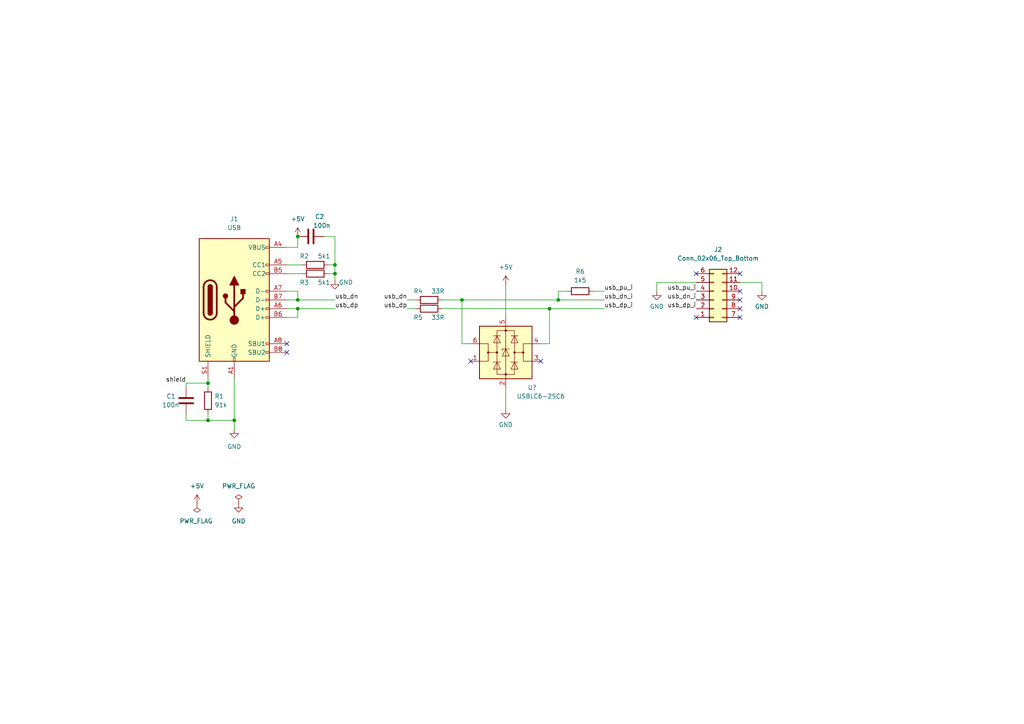
<source format=kicad_sch>
(kicad_sch (version 20211123) (generator eeschema)
  (paper "A4")
  (title_block (title "PMOD USB Device") (date "2022-12-26") (rev "1") (company "Alexander \"blackbit\" Huemer") (comment 3 "License: CERN-OHL-P-2.0") (comment 4 "URL: https://github.com/blackbit42/PMOD-USB-Device"))
  (lib_symbols
    (symbol "Connector:USB_C_Receptacle_USB2.0" (pin_names (offset 1.016))
      (property "Reference" "J" (at -10.16 19.05 0))
      (property "Value" "USB_C_Receptacle_USB2.0" (at 19.05 19.05 0))
      (symbol "USB_C_Receptacle_USB2.0_0_0"
        (rectangle (start -0.254 -17.78) (end 0.254 -16.764))
        (rectangle (start 10.16 -14.986) (end 9.144 -15.494))
        (rectangle (start 10.16 -12.446) (end 9.144 -12.954))
        (rectangle (start 10.16 -4.826) (end 9.144 -5.334))
        (rectangle (start 10.16 -2.286) (end 9.144 -2.794))
        (rectangle (start 10.16 0.254) (end 9.144 -0.254))
        (rectangle (start 10.16 2.794) (end 9.144 2.286))
        (rectangle (start 10.16 7.874) (end 9.144 7.366))
        (rectangle (start 10.16 10.414) (end 9.144 9.906))
        (rectangle (start 10.16 15.494) (end 9.144 14.986))
      )
      (symbol "USB_C_Receptacle_USB2.0_0_1"
        (rectangle (start -10.16 17.78) (end 10.16 -17.78) (stroke (width 0.254)) (fill (type background)))
        (arc (start -8.89 -3.81) (mid -6.985 -5.715) (end -5.08 -3.81) (stroke (width 0.508)))
        (arc (start -7.62 -3.81) (mid -6.985 -4.445) (end -6.35 -3.81) (stroke (width 0.254)))
        (arc (start -7.62 -3.81) (mid -6.985 -4.445) (end -6.35 -3.81) (stroke (width 0.254)) (fill (type outline)))
        (rectangle (start -7.62 -3.81) (end -6.35 3.81) (stroke (width 0.254)) (fill (type outline)))
        (arc (start -6.35 3.81) (mid -6.985 4.445) (end -7.62 3.81) (stroke (width 0.254)))
        (arc (start -6.35 3.81) (mid -6.985 4.445) (end -7.62 3.81) (stroke (width 0.254)) (fill (type outline)))
        (arc (start -5.08 3.81) (mid -6.985 5.715) (end -8.89 3.81) (stroke (width 0.508)))
        (circle (center -2.54 1.143) (radius 0.635) (stroke (width 0.254)) (fill (type outline)))
        (circle (center 0 -5.842) (radius 1.27) (fill (type outline)))
        (polyline (pts (xy -8.89 -3.81) (xy -8.89 3.81)) (stroke (width 0.508)))
        (polyline (pts (xy -5.08 3.81) (xy -5.08 -3.81)) (stroke (width 0.508)))
        (polyline (pts (xy 0 -5.842) (xy 0 4.318)) (stroke (width 0.508)))
        (polyline (pts (xy 0 -3.302) (xy -2.54 -0.762) (xy -2.54 0.508)) (stroke (width 0.508)))
        (polyline (pts (xy 0 -2.032) (xy 2.54 0.508) (xy 2.54 1.778)) (stroke (width 0.508)))
        (polyline (pts (xy -1.27 4.318) (xy 0 6.858) (xy 1.27 4.318) (xy -1.27 4.318)) (stroke (width 0.254)) (fill (type outline)))
        (rectangle (start 1.905 1.778) (end 3.175 3.048) (stroke (width 0.254)) (fill (type outline)))
      )
      (symbol "USB_C_Receptacle_USB2.0_1_1"
        (pin passive line (at 0 -22.86 90) (length 5.08) (name "GND") (number "A1"))
        (pin passive line (at 0 -22.86 90) (length 5.08) hide (name "GND") (number "A12"))
        (pin passive line (at 15.24 15.24 180) (length 5.08) (name "VBUS") (number "A4"))
        (pin bidirectional line (at 15.24 10.16 180) (length 5.08) (name "CC1") (number "A5"))
        (pin bidirectional line (at 15.24 -2.54 180) (length 5.08) (name "D+") (number "A6"))
        (pin bidirectional line (at 15.24 2.54 180) (length 5.08) (name "D-") (number "A7"))
        (pin bidirectional line (at 15.24 -12.7 180) (length 5.08) (name "SBU1") (number "A8"))
        (pin passive line (at 15.24 15.24 180) (length 5.08) hide (name "VBUS") (number "A9"))
        (pin passive line (at 0 -22.86 90) (length 5.08) hide (name "GND") (number "B1"))
        (pin passive line (at 0 -22.86 90) (length 5.08) hide (name "GND") (number "B12"))
        (pin passive line (at 15.24 15.24 180) (length 5.08) hide (name "VBUS") (number "B4"))
        (pin bidirectional line (at 15.24 7.62 180) (length 5.08) (name "CC2") (number "B5"))
        (pin bidirectional line (at 15.24 -5.08 180) (length 5.08) (name "D+") (number "B6"))
        (pin bidirectional line (at 15.24 0 180) (length 5.08) (name "D-") (number "B7"))
        (pin bidirectional line (at 15.24 -15.24 180) (length 5.08) (name "SBU2") (number "B8"))
        (pin passive line (at 15.24 15.24 180) (length 5.08) hide (name "VBUS") (number "B9"))
        (pin passive line (at -7.62 -22.86 90) (length 5.08) (name "SHIELD") (number "S1"))
      )
    )
    (symbol "Connector_Generic:Conn_02x06_Top_Bottom" (pin_names (offset 1.016) hide)
      (property "Reference" "J" (at 1.27 7.62 0))
      (property "Value" "Conn_02x06_Top_Bottom" (at 1.27 -10.16 0))
      (symbol "Conn_02x06_Top_Bottom_1_1"
        (rectangle (start -1.27 -7.493) (end 0 -7.747) (stroke (width 0.1524)))
        (rectangle (start -1.27 -4.953) (end 0 -5.207) (stroke (width 0.1524)))
        (rectangle (start -1.27 -2.413) (end 0 -2.667) (stroke (width 0.1524)))
        (rectangle (start -1.27 0.127) (end 0 -0.127) (stroke (width 0.1524)))
        (rectangle (start -1.27 2.667) (end 0 2.413) (stroke (width 0.1524)))
        (rectangle (start -1.27 5.207) (end 0 4.953) (stroke (width 0.1524)))
        (rectangle (start -1.27 6.35) (end 3.81 -8.89) (stroke (width 0.254)) (fill (type background)))
        (rectangle (start 3.81 -7.493) (end 2.54 -7.747) (stroke (width 0.1524)))
        (rectangle (start 3.81 -4.953) (end 2.54 -5.207) (stroke (width 0.1524)))
        (rectangle (start 3.81 -2.413) (end 2.54 -2.667) (stroke (width 0.1524)))
        (rectangle (start 3.81 0.127) (end 2.54 -0.127) (stroke (width 0.1524)))
        (rectangle (start 3.81 2.667) (end 2.54 2.413) (stroke (width 0.1524)))
        (rectangle (start 3.81 5.207) (end 2.54 4.953) (stroke (width 0.1524)))
        (pin passive line (at -5.08 5.08 0) (length 3.81) (name "Pin_1") (number "1"))
        (pin passive line (at 7.62 -2.54 180) (length 3.81) (name "Pin_10") (number "10"))
        (pin passive line (at 7.62 -5.08 180) (length 3.81) (name "Pin_11") (number "11"))
        (pin passive line (at 7.62 -7.62 180) (length 3.81) (name "Pin_12") (number "12"))
        (pin passive line (at -5.08 2.54 0) (length 3.81) (name "Pin_2") (number "2"))
        (pin passive line (at -5.08 0 0) (length 3.81) (name "Pin_3") (number "3"))
        (pin passive line (at -5.08 -2.54 0) (length 3.81) (name "Pin_4") (number "4"))
        (pin passive line (at -5.08 -5.08 0) (length 3.81) (name "Pin_5") (number "5"))
        (pin passive line (at -5.08 -7.62 0) (length 3.81) (name "Pin_6") (number "6"))
        (pin passive line (at 7.62 5.08 180) (length 3.81) (name "Pin_7") (number "7"))
        (pin passive line (at 7.62 2.54 180) (length 3.81) (name "Pin_8") (number "8"))
        (pin passive line (at 7.62 0 180) (length 3.81) (name "Pin_9") (number "9"))
      )
    )
    (symbol "Device:C" (pin_numbers hide) (pin_names (offset 0.254))
      (property "Reference" "C" (at 0.635 2.54 0))
      (property "Value" "C" (at 0.635 -2.54 0))
      (symbol "C_0_1"
        (polyline (pts (xy -2.032 -0.762) (xy 2.032 -0.762)) (stroke (width 0.508)))
        (polyline (pts (xy -2.032 0.762) (xy 2.032 0.762)) (stroke (width 0.508)))
      )
      (symbol "C_1_1"
        (pin passive line (at 0 3.81 270) (length 2.794) (name "~") (number "1"))
        (pin passive line (at 0 -3.81 90) (length 2.794) (name "~") (number "2"))
      )
    )
    (symbol "Device:R" (pin_numbers hide) (pin_names (offset 0))
      (property "Reference" "R" (at 2.032 0 90))
      (property "Value" "R" (at 0 0 90))
      (symbol "R_0_1"
        (rectangle (start -1.016 -2.54) (end 1.016 2.54) (stroke (width 0.254)))
      )
      (symbol "R_1_1"
        (pin passive line (at 0 3.81 270) (length 1.27) (name "~") (number "1"))
        (pin passive line (at 0 -3.81 90) (length 1.27) (name "~") (number "2"))
      )
    )
    (symbol "Power_Protection:USBLC6-2SC6" (pin_names hide)
      (property "Reference" "U" (at 2.54 8.89 0))
      (property "Value" "USBLC6-2SC6" (at 2.54 -8.89 0))
      (symbol "USBLC6-2SC6_0_1"
        (rectangle (start -7.62 -7.62) (end 7.62 7.62) (stroke (width 0.254)) (fill (type background)))
        (circle (center -5.08 0) (radius 0.254) (fill (type outline)))
        (circle (center -2.54 0) (radius 0.254) (fill (type outline)))
        (rectangle (start -2.54 6.35) (end 2.54 -6.35))
        (circle (center 0 -6.35) (radius 0.254) (fill (type outline)))
        (polyline (pts (xy -5.08 -2.54) (xy -7.62 -2.54)))
        (polyline (pts (xy -5.08 0) (xy -5.08 -2.54)))
        (polyline (pts (xy -5.08 2.54) (xy -7.62 2.54)))
        (polyline (pts (xy -1.524 -2.794) (xy -3.556 -2.794)))
        (polyline (pts (xy -1.524 4.826) (xy -3.556 4.826)))
        (polyline (pts (xy 0 -7.62) (xy 0 -6.35)))
        (polyline (pts (xy 0 -6.35) (xy 0 1.27)))
        (polyline (pts (xy 0 1.27) (xy 0 6.35)))
        (polyline (pts (xy 0 6.35) (xy 0 7.62)))
        (polyline (pts (xy 1.524 -2.794) (xy 3.556 -2.794)))
        (polyline (pts (xy 1.524 4.826) (xy 3.556 4.826)))
        (polyline (pts (xy 5.08 -2.54) (xy 7.62 -2.54)))
        (polyline (pts (xy 5.08 0) (xy 5.08 -2.54)))
        (polyline (pts (xy 5.08 2.54) (xy 7.62 2.54)))
        (polyline (pts (xy -2.54 0) (xy -5.08 0) (xy -5.08 2.54)))
        (polyline (pts (xy 2.54 0) (xy 5.08 0) (xy 5.08 2.54)))
        (polyline (pts (xy -3.556 -4.826) (xy -1.524 -4.826) (xy -2.54 -2.794) (xy -3.556 -4.826)))
        (polyline (pts (xy -3.556 2.794) (xy -1.524 2.794) (xy -2.54 4.826) (xy -3.556 2.794)))
        (polyline (pts (xy -1.016 -1.016) (xy 1.016 -1.016) (xy 0 1.016) (xy -1.016 -1.016)))
        (polyline (pts (xy 1.016 1.016) (xy 0.762 1.016) (xy -1.016 1.016) (xy -1.016 0.508)))
        (polyline (pts (xy 3.556 -4.826) (xy 1.524 -4.826) (xy 2.54 -2.794) (xy 3.556 -4.826)))
        (polyline (pts (xy 3.556 2.794) (xy 1.524 2.794) (xy 2.54 4.826) (xy 3.556 2.794)))
        (circle (center 0 6.35) (radius 0.254) (fill (type outline)))
        (circle (center 2.54 0) (radius 0.254) (fill (type outline)))
        (circle (center 5.08 0) (radius 0.254) (fill (type outline)))
      )
      (symbol "USBLC6-2SC6_1_1"
        (pin passive line (at -10.16 -2.54 0) (length 2.54) (name "I/O1") (number "1"))
        (pin passive line (at 0 -10.16 90) (length 2.54) (name "GND") (number "2"))
        (pin passive line (at 10.16 -2.54 180) (length 2.54) (name "I/O2") (number "3"))
        (pin passive line (at 10.16 2.54 180) (length 2.54) (name "I/O2") (number "4"))
        (pin passive line (at 0 10.16 270) (length 2.54) (name "VBUS") (number "5"))
        (pin passive line (at -10.16 2.54 0) (length 2.54) (name "I/O1") (number "6"))
      )
    )
    (symbol "power:+5V" (power) (pin_names (offset 0))
      (property "Value" "+5V" (at 0 3.556 0))
      (symbol "+5V_0_1"
        (polyline (pts (xy -0.762 1.27) (xy 0 2.54)))
        (polyline (pts (xy 0 0) (xy 0 2.54)))
        (polyline (pts (xy 0 2.54) (xy 0.762 1.27)))
      )
      (symbol "+5V_1_1"
        (pin power_in line (at 0 0 90) (length 0) hide (name "+5V") (number "1"))
      )
    )
    (symbol "power:GND" (power) (pin_names (offset 0))
      (property "Value" "GND" (at 0 -3.81 0))
      (symbol "GND_0_1"
        (polyline (pts (xy 0 0) (xy 0 -1.27) (xy 1.27 -1.27) (xy 0 -2.54) (xy -1.27 -1.27) (xy 0 -1.27)))
      )
      (symbol "GND_1_1"
        (pin power_in line (at 0 0 270) (length 0) hide (name "GND") (number "1"))
      )
    )
    (symbol "power:PWR_FLAG" (power) (pin_numbers hide) (pin_names (offset 0) hide)
      (property "Value" "PWR_FLAG" (at 0 3.81 0))
      (symbol "PWR_FLAG_0_0"
        (pin power_out line (at 0 0 90) (length 0) (name "pwr") (number "1"))
      )
      (symbol "PWR_FLAG_0_1"
        (polyline (pts (xy 0 0) (xy 0 1.27) (xy -1.016 1.905) (xy 0 2.54) (xy 1.016 1.905) (xy 0 1.27)))
      )
    )
  )
  (junction (at 161.925 86.995))
  (junction (at 86.36 86.995))
  (junction (at 60.325 121.92))
  (junction (at 159.385 89.535))
  (junction (at 133.985 86.995))
  (junction (at 67.945 121.92))
  (junction (at 97.155 76.835))
  (junction (at 97.155 79.375))
  (junction (at 86.36 89.535))
  (junction (at 86.36 68.58))
  (junction (at 60.325 111.125))
  (no_connect (at 156.845 104.775))
  (no_connect (at 214.63 89.535))
  (no_connect (at 214.63 86.995))
  (no_connect (at 201.93 79.375))
  (no_connect (at 214.63 92.075))
  (no_connect (at 83.185 99.695))
  (no_connect (at 201.93 92.075))
  (no_connect (at 214.63 79.375))
  (no_connect (at 83.185 102.235))
  (no_connect (at 136.525 104.775))
  (no_connect (at 214.63 84.455))
  (wire (pts (xy 60.325 111.125) (xy 60.325 112.395)))
  (wire (pts (xy 67.945 109.855) (xy 67.945 121.92)))
  (wire (pts (xy 164.465 84.455) (xy 161.925 84.455)))
  (wire (pts (xy 53.975 121.92) (xy 60.325 121.92)))
  (wire (pts (xy 95.25 79.375) (xy 97.155 79.375)))
  (wire (pts (xy 97.155 79.375) (xy 97.155 81.28)))
  (wire (pts (xy 53.975 112.395) (xy 53.975 111.125)))
  (wire (pts (xy 95.25 76.835) (xy 97.155 76.835)))
  (wire (pts (xy 133.985 99.695) (xy 133.985 86.995)))
  (wire (pts (xy 53.975 111.125) (xy 60.325 111.125)))
  (wire (pts (xy 146.685 112.395) (xy 146.685 118.745)))
  (wire (pts (xy 67.945 121.92) (xy 67.945 124.46)))
  (wire (pts (xy 60.325 109.855) (xy 60.325 111.125)))
  (wire (pts (xy 86.36 84.455) (xy 86.36 86.995)))
  (wire (pts (xy 146.685 82.55) (xy 146.685 92.075)))
  (wire (pts (xy 97.155 68.58) (xy 97.155 76.835)))
  (wire (pts (xy 83.185 76.835) (xy 87.63 76.835)))
  (wire (pts (xy 159.385 89.535) (xy 175.26 89.535)))
  (wire (pts (xy 86.36 68.58) (xy 86.36 71.755)))
  (wire (pts (xy 93.98 68.58) (xy 97.155 68.58)))
  (wire (pts (xy 60.325 120.015) (xy 60.325 121.92)))
  (wire (pts (xy 128.27 86.995) (xy 133.985 86.995)))
  (wire (pts (xy 118.11 89.535) (xy 120.65 89.535)))
  (wire (pts (xy 156.845 99.695) (xy 159.385 99.695)))
  (wire (pts (xy 172.085 84.455) (xy 175.26 84.455)))
  (wire (pts (xy 159.385 99.695) (xy 159.385 89.535)))
  (wire (pts (xy 133.985 86.995) (xy 161.925 86.995)))
  (wire (pts (xy 83.185 84.455) (xy 86.36 84.455)))
  (wire (pts (xy 83.185 79.375) (xy 87.63 79.375)))
  (wire (pts (xy 83.185 92.075) (xy 86.36 92.075)))
  (wire (pts (xy 86.36 89.535) (xy 97.155 89.535)))
  (wire (pts (xy 60.325 121.92) (xy 67.945 121.92)))
  (wire (pts (xy 86.36 71.755) (xy 83.185 71.755)))
  (wire (pts (xy 86.36 92.075) (xy 86.36 89.535)))
  (wire (pts (xy 83.185 86.995) (xy 86.36 86.995)))
  (wire (pts (xy 161.925 84.455) (xy 161.925 86.995)))
  (wire (pts (xy 190.5 81.915) (xy 201.93 81.915)))
  (wire (pts (xy 128.27 89.535) (xy 159.385 89.535)))
  (wire (pts (xy 118.11 86.995) (xy 120.65 86.995)))
  (wire (pts (xy 190.5 84.455) (xy 190.5 81.915)))
  (wire (pts (xy 86.36 86.995) (xy 97.155 86.995)))
  (wire (pts (xy 97.155 76.835) (xy 97.155 79.375)))
  (wire (pts (xy 214.63 81.915) (xy 220.98 81.915)))
  (wire (pts (xy 83.185 89.535) (xy 86.36 89.535)))
  (wire (pts (xy 161.925 86.995) (xy 175.26 86.995)))
  (wire (pts (xy 53.975 120.015) (xy 53.975 121.92)))
  (wire (pts (xy 136.525 99.695) (xy 133.985 99.695)))
  (wire (pts (xy 220.98 81.915) (xy 220.98 84.455)))
  (label "usb_dp" (at 97.155 89.535 0))
  (label "usb_pu_i" (at 175.26 84.455 0))
  (label "usb_dn" (at 118.11 86.995 180))
  (label "usb_dn" (at 97.155 86.995 0))
  (label "usb_dn_i" (at 201.93 86.995 180))
  (label "usb_dp_i" (at 175.26 89.535 0))
  (label "usb_pu_i" (at 201.93 84.455 180))
  (label "usb_dp_i" (at 201.93 89.535 180))
  (label "usb_dn_i" (at 175.26 86.995 0))
  (label "usb_dp" (at 118.11 89.535 180))
  (label "shield" (at 53.975 111.125 180))
  (symbol (lib_id "power:GND") (at 69.215 146.05 0) (unit 1)
    (property "Reference" "#PWR09" (effects hide))
    (property "Value" "GND" (at 69.215 151.13 0))
  )
  (symbol (lib_id "power:+5V") (at 146.685 82.55 0) (unit 1)
    (property "Reference" "#PWR04" (effects hide))
    (property "Value" "+5V" (at 146.685 77.47 0))
  )
  (symbol (lib_id "power:PWR_FLAG") (at 57.15 146.05 180) (unit 1)
    (property "Reference" "#FLG01" (effects hide))
    (property "Value" "PWR_FLAG" (at 52.07 151.13 0) (effects (justify right)))
  )
  (symbol (lib_id "Device:R") (at 124.46 86.995 90) (unit 1)
    (property "Reference" "R4" (at 121.285 84.455 90))
    (property "Value" "33R" (at 127 84.455 90))
    (property "Footprint" "Resistor_SMD:R_0603_1608Metric_Pad0.98x0.95mm_HandSolder" (effects hide))
    (property "LCSC" "C23140" (effects hide))
  )
  (symbol (lib_id "Connector_Generic:Conn_02x06_Top_Bottom") (at 207.01 86.995 0) (mirror x) (unit 1)
    (property "Reference" "J2" (at 208.28 72.39 0))
    (property "Value" "Conn_02x06_Top_Bottom" (at 208.28 74.93 0))
    (property "Footprint" "USB_PMOD:PinHeader_2x06_P2.54mm_Horizontal" (effects hide))
  )
  (symbol (lib_id "power:PWR_FLAG") (at 69.215 146.05 0) (unit 1)
    (property "Reference" "#FLG02" (effects hide))
    (property "Value" "PWR_FLAG" (at 69.215 140.97 0))
  )
  (symbol (lib_id "Power_Protection:USBLC6-2SC6") (at 146.685 102.235 0) (unit 1)
    (property "Reference" "U?" (at 153.035 112.395 0) (effects (justify left)))
    (property "Value" "USBLC6-2SC6" (at 149.86 114.935 0) (effects (justify left)))
    (property "Footprint" "Package_TO_SOT_SMD:SOT-23-6" (effects hide))
    (property "Datasheet" "https://www.st.com/resource/en/datasheet/usblc6-2.pdf" (effects hide))
  )
  (symbol (lib_id "power:GND") (at 146.685 118.745 0) (unit 1)
    (property "Reference" "#PWR05" (effects hide))
    (property "Value" "GND" (at 146.685 123.19 0))
  )
  (symbol (lib_id "Device:C") (at 90.17 68.58 90) (unit 1)
    (property "Reference" "C2" (at 92.71 62.865 90))
    (property "Value" "100n" (at 93.345 65.405 90))
    (property "Footprint" "Capacitor_SMD:C_0603_1608Metric_Pad1.08x0.95mm_HandSolder" (effects hide))
    (property "LCSC" "C1590" (effects hide))
  )
  (symbol (lib_id "Device:C") (at 53.975 116.205 0) (unit 1)
    (property "Reference" "C1" (at 48.26 114.935 0) (effects (justify left)))
    (property "Value" "100n" (at 46.99 117.475 0) (effects (justify left)))
    (property "Footprint" "Capacitor_SMD:C_0603_1608Metric_Pad1.08x0.95mm_HandSolder" (effects hide))
    (property "LCSC" "C1590" (effects hide))
  )
  (symbol (lib_id "Device:R") (at 168.275 84.455 90) (unit 1)
    (property "Reference" "R6" (at 168.275 78.74 90))
    (property "Value" "1k5" (at 168.275 81.28 90))
    (property "Footprint" "Resistor_SMD:R_0603_1608Metric_Pad0.98x0.95mm_HandSolder" (effects hide))
    (property "LCSC" "C25867" (effects hide))
  )
  (symbol (lib_id "Device:R") (at 91.44 79.375 90) (unit 1)
    (property "Reference" "R3" (at 88.265 81.915 90))
    (property "Value" "5k1" (at 93.98 81.915 90))
    (property "Footprint" "Resistor_SMD:R_0603_1608Metric_Pad0.98x0.95mm_HandSolder" (effects hide))
    (property "LCSC" "C23186" (effects hide))
  )
  (symbol (lib_id "Device:R") (at 124.46 89.535 90) (unit 1)
    (property "Reference" "R5" (at 121.285 92.075 90))
    (property "Value" "33R" (at 127 92.075 90))
    (property "Footprint" "Resistor_SMD:R_0603_1608Metric_Pad0.98x0.95mm_HandSolder" (effects hide))
    (property "LCSC" "C23140" (effects hide))
  )
  (symbol (lib_id "power:+5V") (at 86.36 68.58 0) (unit 1)
    (property "Reference" "#PWR02" (effects hide))
    (property "Value" "+5V" (at 86.36 63.5 0))
  )
  (symbol (lib_id "Device:R") (at 91.44 76.835 90) (unit 1)
    (property "Reference" "R2" (at 88.265 74.295 90))
    (property "Value" "5k1" (at 93.98 74.295 90))
    (property "Footprint" "Resistor_SMD:R_0603_1608Metric_Pad0.98x0.95mm_HandSolder" (effects hide))
    (property "LCSC" "C23186" (effects hide))
  )
  (symbol (lib_id "power:+5V") (at 57.15 146.05 0) (unit 1)
    (property "Reference" "#PWR08" (effects hide))
    (property "Value" "+5V" (at 57.15 140.97 0))
  )
  (symbol (lib_id "power:GND") (at 97.155 81.28 0) (unit 1)
    (property "Reference" "#PWR03" (effects hide))
    (property "Value" "GND" (at 100.33 81.915 0))
  )
  (symbol (lib_id "Device:R") (at 60.325 116.205 0) (unit 1)
    (property "Reference" "R1" (at 62.23 114.9349 0) (effects (justify left)))
    (property "Value" "91k" (at 62.23 117.4749 0) (effects (justify left)))
    (property "Footprint" "Resistor_SMD:R_0603_1608Metric_Pad0.98x0.95mm_HandSolder" (effects hide))
    (property "LCSC" "C23265" (effects hide))
  )
  (symbol (lib_id "power:GND") (at 220.98 84.455 0) (unit 1)
    (property "Reference" "#PWR07" (effects hide))
    (property "Value" "GND" (at 220.98 88.9 0))
  )
  (symbol (lib_id "Connector:USB_C_Receptacle_USB2.0") (at 67.945 86.995 0) (unit 1)
    (property "Reference" "J1" (at 67.945 63.5 0))
    (property "Value" "USB" (at 67.945 66.04 0))
    (property "Footprint" "USB_PMOD:USB_C_Receptacle_HRO_TYPE-C-31-M-12" (effects hide))
    (property "Datasheet" "https://www.usb.org/sites/default/files/documents/usb_type-c.zip" (effects hide))
    (property "LCSC" "C165948" (effects hide))
  )
  (symbol (lib_id "power:GND") (at 190.5 84.455 0) (unit 1)
    (property "Reference" "#PWR06" (effects hide))
    (property "Value" "GND" (at 190.5 88.9 0))
  )
  (symbol (lib_id "power:GND") (at 67.945 124.46 0) (unit 1)
    (property "Reference" "#PWR01" (effects hide))
    (property "Value" "GND" (at 67.945 129.54 0))
  )
)
</source>
